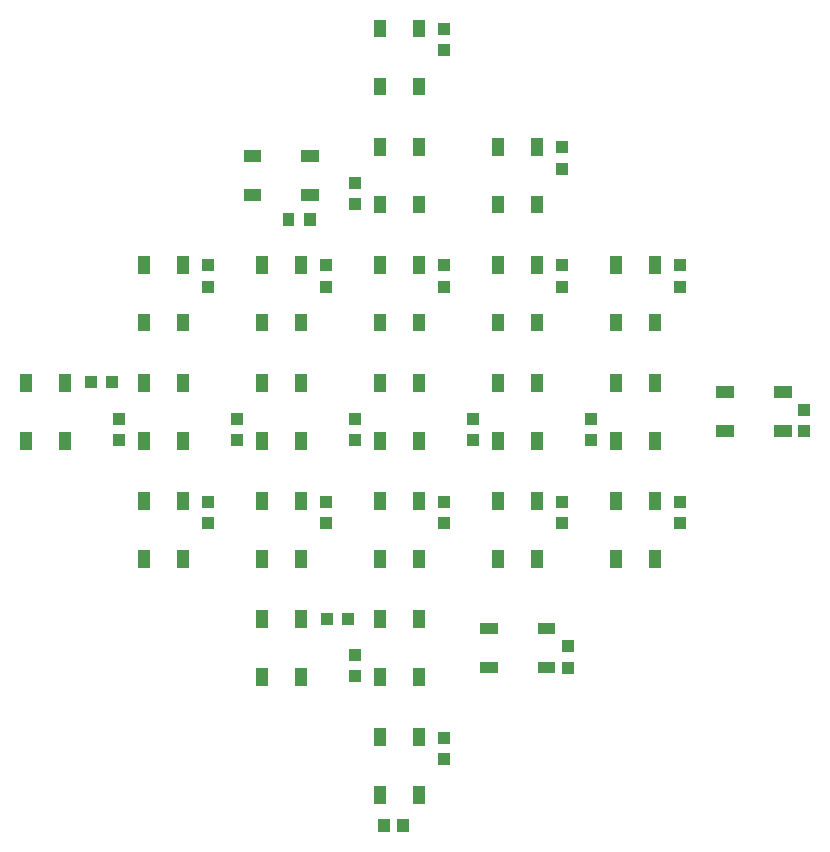
<source format=gtp>
G04 Layer: TopPasteMaskLayer*
G04 EasyEDA v6.4.25, 2022-01-30T22:18:30+11:00*
G04 a67cddfb3fce44daa9051d46cbbcc19f,10*
G04 Gerber Generator version 0.2*
G04 Scale: 100 percent, Rotated: No, Reflected: No *
G04 Dimensions in millimeters *
G04 leading zeros omitted , absolute positions ,4 integer and 5 decimal *
%FSLAX45Y45*%
%MOMM*%

%ADD15R,1.0000X1.1000*%
%ADD16R,1.1000X1.0000*%

%LPD*%
G36*
X4034983Y929982D02*
G01*
X4034983Y1079842D01*
X4134805Y1079842D01*
X4134805Y929982D01*
G37*
G36*
X4364984Y929982D02*
G01*
X4364984Y1079842D01*
X4464806Y1079842D01*
X4464806Y929982D01*
G37*
G36*
X4364984Y1419857D02*
G01*
X4364984Y1569971D01*
X4464806Y1569971D01*
X4464806Y1419857D01*
G37*
G36*
X4034983Y1419857D02*
G01*
X4034983Y1569971D01*
X4134805Y1569971D01*
X4134805Y1419857D01*
G37*
G36*
X3034985Y1929980D02*
G01*
X3034985Y2079840D01*
X3134807Y2079840D01*
X3134807Y1929980D01*
G37*
G36*
X3364986Y1929980D02*
G01*
X3364986Y2079840D01*
X3464808Y2079840D01*
X3464808Y1929980D01*
G37*
G36*
X3364986Y2419855D02*
G01*
X3364986Y2569969D01*
X3464808Y2569969D01*
X3464808Y2419855D01*
G37*
G36*
X3034985Y2419855D02*
G01*
X3034985Y2569969D01*
X3134807Y2569969D01*
X3134807Y2419855D01*
G37*
G36*
X4464796Y2569832D02*
G01*
X4464796Y2419972D01*
X4364974Y2419972D01*
X4364974Y2569832D01*
G37*
G36*
X4134794Y2569832D02*
G01*
X4134794Y2419972D01*
X4034972Y2419972D01*
X4034972Y2569832D01*
G37*
G36*
X4134794Y2079957D02*
G01*
X4134794Y1929843D01*
X4034972Y1929843D01*
X4034972Y2079957D01*
G37*
G36*
X4464796Y2079957D02*
G01*
X4464796Y1929843D01*
X4364974Y1929843D01*
X4364974Y2079957D01*
G37*
G36*
X4929962Y2464813D02*
G01*
X5079822Y2464813D01*
X5079822Y2364991D01*
X4929962Y2364991D01*
G37*
G36*
X4929962Y2134811D02*
G01*
X5079822Y2134811D01*
X5079822Y2034989D01*
X4929962Y2034989D01*
G37*
G36*
X5419836Y2134811D02*
G01*
X5569950Y2134811D01*
X5569950Y2034989D01*
X5419836Y2034989D01*
G37*
G36*
X5419836Y2464813D02*
G01*
X5569950Y2464813D01*
X5569950Y2364991D01*
X5419836Y2364991D01*
G37*
G36*
X6034979Y2929978D02*
G01*
X6034979Y3079838D01*
X6134801Y3079838D01*
X6134801Y2929978D01*
G37*
G36*
X6364980Y2929978D02*
G01*
X6364980Y3079838D01*
X6464802Y3079838D01*
X6464802Y2929978D01*
G37*
G36*
X6364980Y3419853D02*
G01*
X6364980Y3569967D01*
X6464802Y3569967D01*
X6464802Y3419853D01*
G37*
G36*
X6034979Y3419853D02*
G01*
X6034979Y3569967D01*
X6134801Y3569967D01*
X6134801Y3419853D01*
G37*
G36*
X5034981Y2929978D02*
G01*
X5034981Y3079838D01*
X5134803Y3079838D01*
X5134803Y2929978D01*
G37*
G36*
X5364982Y2929978D02*
G01*
X5364982Y3079838D01*
X5464804Y3079838D01*
X5464804Y2929978D01*
G37*
G36*
X5364982Y3419853D02*
G01*
X5364982Y3569967D01*
X5464804Y3569967D01*
X5464804Y3419853D01*
G37*
G36*
X5034981Y3419853D02*
G01*
X5034981Y3569967D01*
X5134803Y3569967D01*
X5134803Y3419853D01*
G37*
G36*
X4034983Y2929978D02*
G01*
X4034983Y3079838D01*
X4134805Y3079838D01*
X4134805Y2929978D01*
G37*
G36*
X4364984Y2929978D02*
G01*
X4364984Y3079838D01*
X4464806Y3079838D01*
X4464806Y2929978D01*
G37*
G36*
X4364984Y3419853D02*
G01*
X4364984Y3569967D01*
X4464806Y3569967D01*
X4464806Y3419853D01*
G37*
G36*
X4034983Y3419853D02*
G01*
X4034983Y3569967D01*
X4134805Y3569967D01*
X4134805Y3419853D01*
G37*
G36*
X3034985Y2929978D02*
G01*
X3034985Y3079838D01*
X3134807Y3079838D01*
X3134807Y2929978D01*
G37*
G36*
X3364986Y2929978D02*
G01*
X3364986Y3079838D01*
X3464808Y3079838D01*
X3464808Y2929978D01*
G37*
G36*
X3364986Y3419853D02*
G01*
X3364986Y3569967D01*
X3464808Y3569967D01*
X3464808Y3419853D01*
G37*
G36*
X3034985Y3419853D02*
G01*
X3034985Y3569967D01*
X3134807Y3569967D01*
X3134807Y3419853D01*
G37*
G36*
X2034987Y2929978D02*
G01*
X2034987Y3079838D01*
X2134809Y3079838D01*
X2134809Y2929978D01*
G37*
G36*
X2364988Y2929978D02*
G01*
X2364988Y3079838D01*
X2464810Y3079838D01*
X2464810Y2929978D01*
G37*
G36*
X2364988Y3419853D02*
G01*
X2364988Y3569967D01*
X2464810Y3569967D01*
X2464810Y3419853D01*
G37*
G36*
X2034987Y3419853D02*
G01*
X2034987Y3569967D01*
X2134809Y3569967D01*
X2134809Y3419853D01*
G37*
G36*
X1034989Y3929976D02*
G01*
X1034989Y4079836D01*
X1134811Y4079836D01*
X1134811Y3929976D01*
G37*
G36*
X1364990Y3929976D02*
G01*
X1364990Y4079836D01*
X1464812Y4079836D01*
X1464812Y3929976D01*
G37*
G36*
X1364990Y4419851D02*
G01*
X1364990Y4569965D01*
X1464812Y4569965D01*
X1464812Y4419851D01*
G37*
G36*
X1034989Y4419851D02*
G01*
X1034989Y4569965D01*
X1134811Y4569965D01*
X1134811Y4419851D01*
G37*
G36*
X2464800Y4569828D02*
G01*
X2464800Y4419968D01*
X2364978Y4419968D01*
X2364978Y4569828D01*
G37*
G36*
X2134798Y4569828D02*
G01*
X2134798Y4419968D01*
X2034976Y4419968D01*
X2034976Y4569828D01*
G37*
G36*
X2134798Y4079953D02*
G01*
X2134798Y3929839D01*
X2034976Y3929839D01*
X2034976Y4079953D01*
G37*
G36*
X2464800Y4079953D02*
G01*
X2464800Y3929839D01*
X2364978Y3929839D01*
X2364978Y4079953D01*
G37*
G36*
X3464798Y4569828D02*
G01*
X3464798Y4419968D01*
X3364976Y4419968D01*
X3364976Y4569828D01*
G37*
G36*
X3134796Y4569828D02*
G01*
X3134796Y4419968D01*
X3034974Y4419968D01*
X3034974Y4569828D01*
G37*
G36*
X3134796Y4079953D02*
G01*
X3134796Y3929839D01*
X3034974Y3929839D01*
X3034974Y4079953D01*
G37*
G36*
X3464798Y4079953D02*
G01*
X3464798Y3929839D01*
X3364976Y3929839D01*
X3364976Y4079953D01*
G37*
G36*
X4464796Y4569828D02*
G01*
X4464796Y4419968D01*
X4364974Y4419968D01*
X4364974Y4569828D01*
G37*
G36*
X4134794Y4569828D02*
G01*
X4134794Y4419968D01*
X4034972Y4419968D01*
X4034972Y4569828D01*
G37*
G36*
X4134794Y4079953D02*
G01*
X4134794Y3929839D01*
X4034972Y3929839D01*
X4034972Y4079953D01*
G37*
G36*
X4464796Y4079953D02*
G01*
X4464796Y3929839D01*
X4364974Y3929839D01*
X4364974Y4079953D01*
G37*
G36*
X5464794Y4569828D02*
G01*
X5464794Y4419968D01*
X5364972Y4419968D01*
X5364972Y4569828D01*
G37*
G36*
X5134792Y4569828D02*
G01*
X5134792Y4419968D01*
X5034970Y4419968D01*
X5034970Y4569828D01*
G37*
G36*
X5134792Y4079953D02*
G01*
X5134792Y3929839D01*
X5034970Y3929839D01*
X5034970Y4079953D01*
G37*
G36*
X5464794Y4079953D02*
G01*
X5464794Y3929839D01*
X5364972Y3929839D01*
X5364972Y4079953D01*
G37*
G36*
X6464792Y4569828D02*
G01*
X6464792Y4419968D01*
X6364970Y4419968D01*
X6364970Y4569828D01*
G37*
G36*
X6134790Y4569828D02*
G01*
X6134790Y4419968D01*
X6034968Y4419968D01*
X6034968Y4569828D01*
G37*
G36*
X6134790Y4079953D02*
G01*
X6134790Y3929839D01*
X6034968Y3929839D01*
X6034968Y4079953D01*
G37*
G36*
X6464792Y4079953D02*
G01*
X6464792Y3929839D01*
X6364970Y3929839D01*
X6364970Y4079953D01*
G37*
G36*
X6929958Y4464809D02*
G01*
X7079818Y4464809D01*
X7079818Y4364987D01*
X6929958Y4364987D01*
G37*
G36*
X6929958Y4134807D02*
G01*
X7079818Y4134807D01*
X7079818Y4034985D01*
X6929958Y4034985D01*
G37*
G36*
X7419832Y4134807D02*
G01*
X7569946Y4134807D01*
X7569946Y4034985D01*
X7419832Y4034985D01*
G37*
G36*
X7419832Y4464809D02*
G01*
X7569946Y4464809D01*
X7569946Y4364987D01*
X7419832Y4364987D01*
G37*
G36*
X6034979Y4929974D02*
G01*
X6034979Y5079834D01*
X6134801Y5079834D01*
X6134801Y4929974D01*
G37*
G36*
X6364980Y4929974D02*
G01*
X6364980Y5079834D01*
X6464802Y5079834D01*
X6464802Y4929974D01*
G37*
G36*
X6364980Y5419849D02*
G01*
X6364980Y5569963D01*
X6464802Y5569963D01*
X6464802Y5419849D01*
G37*
G36*
X6034979Y5419849D02*
G01*
X6034979Y5569963D01*
X6134801Y5569963D01*
X6134801Y5419849D01*
G37*
G36*
X5034981Y4929974D02*
G01*
X5034981Y5079834D01*
X5134803Y5079834D01*
X5134803Y4929974D01*
G37*
G36*
X5364982Y4929974D02*
G01*
X5364982Y5079834D01*
X5464804Y5079834D01*
X5464804Y4929974D01*
G37*
G36*
X5364982Y5419849D02*
G01*
X5364982Y5569963D01*
X5464804Y5569963D01*
X5464804Y5419849D01*
G37*
G36*
X5034981Y5419849D02*
G01*
X5034981Y5569963D01*
X5134803Y5569963D01*
X5134803Y5419849D01*
G37*
G36*
X4034983Y4929974D02*
G01*
X4034983Y5079834D01*
X4134805Y5079834D01*
X4134805Y4929974D01*
G37*
G36*
X4364984Y4929974D02*
G01*
X4364984Y5079834D01*
X4464806Y5079834D01*
X4464806Y4929974D01*
G37*
G36*
X4364984Y5419849D02*
G01*
X4364984Y5569963D01*
X4464806Y5569963D01*
X4464806Y5419849D01*
G37*
G36*
X4034983Y5419849D02*
G01*
X4034983Y5569963D01*
X4134805Y5569963D01*
X4134805Y5419849D01*
G37*
G36*
X3034985Y4929974D02*
G01*
X3034985Y5079834D01*
X3134807Y5079834D01*
X3134807Y4929974D01*
G37*
G36*
X3364986Y4929974D02*
G01*
X3364986Y5079834D01*
X3464808Y5079834D01*
X3464808Y4929974D01*
G37*
G36*
X3364986Y5419849D02*
G01*
X3364986Y5569963D01*
X3464808Y5569963D01*
X3464808Y5419849D01*
G37*
G36*
X3034985Y5419849D02*
G01*
X3034985Y5569963D01*
X3134807Y5569963D01*
X3134807Y5419849D01*
G37*
G36*
X2034987Y4929974D02*
G01*
X2034987Y5079834D01*
X2134809Y5079834D01*
X2134809Y4929974D01*
G37*
G36*
X2364988Y4929974D02*
G01*
X2364988Y5079834D01*
X2464810Y5079834D01*
X2464810Y4929974D01*
G37*
G36*
X2364988Y5419849D02*
G01*
X2364988Y5569963D01*
X2464810Y5569963D01*
X2464810Y5419849D01*
G37*
G36*
X2034987Y5419849D02*
G01*
X2034987Y5569963D01*
X2134809Y5569963D01*
X2134809Y5419849D01*
G37*
G36*
X2929966Y6464805D02*
G01*
X3079826Y6464805D01*
X3079826Y6364983D01*
X2929966Y6364983D01*
G37*
G36*
X2929966Y6134803D02*
G01*
X3079826Y6134803D01*
X3079826Y6034981D01*
X2929966Y6034981D01*
G37*
G36*
X3419840Y6134803D02*
G01*
X3569954Y6134803D01*
X3569954Y6034981D01*
X3419840Y6034981D01*
G37*
G36*
X3419840Y6464805D02*
G01*
X3569954Y6464805D01*
X3569954Y6364983D01*
X3419840Y6364983D01*
G37*
G36*
X4464796Y6569824D02*
G01*
X4464796Y6419964D01*
X4364974Y6419964D01*
X4364974Y6569824D01*
G37*
G36*
X4134794Y6569824D02*
G01*
X4134794Y6419964D01*
X4034972Y6419964D01*
X4034972Y6569824D01*
G37*
G36*
X4134794Y6079949D02*
G01*
X4134794Y5929835D01*
X4034972Y5929835D01*
X4034972Y6079949D01*
G37*
G36*
X4464796Y6079949D02*
G01*
X4464796Y5929835D01*
X4364974Y5929835D01*
X4364974Y6079949D01*
G37*
G36*
X5034981Y5929972D02*
G01*
X5034981Y6079832D01*
X5134803Y6079832D01*
X5134803Y5929972D01*
G37*
G36*
X5364982Y5929972D02*
G01*
X5364982Y6079832D01*
X5464804Y6079832D01*
X5464804Y5929972D01*
G37*
G36*
X5364982Y6419847D02*
G01*
X5364982Y6569961D01*
X5464804Y6569961D01*
X5464804Y6419847D01*
G37*
G36*
X5034981Y6419847D02*
G01*
X5034981Y6569961D01*
X5134803Y6569961D01*
X5134803Y6419847D01*
G37*
G36*
X4034983Y6929970D02*
G01*
X4034983Y7079830D01*
X4134805Y7079830D01*
X4134805Y6929970D01*
G37*
G36*
X4364984Y6929970D02*
G01*
X4364984Y7079830D01*
X4464806Y7079830D01*
X4464806Y6929970D01*
G37*
G36*
X4364984Y7419845D02*
G01*
X4364984Y7569959D01*
X4464806Y7569959D01*
X4464806Y7419845D01*
G37*
G36*
X4034983Y7419845D02*
G01*
X4034983Y7569959D01*
X4134805Y7569959D01*
X4134805Y7419845D01*
G37*
G36*
X4230006Y805002D02*
G01*
X4330006Y805002D01*
X4330006Y694999D01*
X4230006Y694999D01*
G37*
G36*
X4070007Y805002D02*
G01*
X4170006Y805002D01*
X4170006Y694999D01*
X4070007Y694999D01*
G37*
D16*
G01*
X4625009Y3489985D03*
G01*
X4625009Y3309975D03*
D15*
G01*
X1815007Y4499990D03*
G01*
X1634997Y4499990D03*
D16*
G01*
X3625011Y3310001D03*
G01*
X3625011Y3490010D03*
G01*
X1875002Y4189984D03*
G01*
X1875002Y4009974D03*
G01*
X2875000Y4009999D03*
G01*
X2875000Y4190009D03*
G01*
X2624988Y5490006D03*
G01*
X2624988Y5309996D03*
G01*
X3625011Y5490006D03*
G01*
X3625011Y5309996D03*
G01*
X4625009Y5490006D03*
G01*
X4625009Y5309996D03*
G01*
X5625007Y5309996D03*
G01*
X5625007Y5490006D03*
G01*
X5874994Y4189984D03*
G01*
X5874994Y4009974D03*
G01*
X2624988Y3310001D03*
G01*
X2624988Y3490010D03*
G01*
X7674990Y4264990D03*
G01*
X7674990Y4084980D03*
G01*
X3874998Y4009999D03*
G01*
X3874998Y4190009D03*
G01*
X4874996Y4009999D03*
G01*
X4874996Y4190009D03*
D15*
G01*
X3815003Y2499995D03*
G01*
X3634993Y2499995D03*
D16*
G01*
X3874998Y2189987D03*
G01*
X3874998Y2009978D03*
G01*
X4625009Y1310004D03*
G01*
X4625009Y1490014D03*
G01*
X5674995Y2264994D03*
G01*
X5674995Y2084984D03*
G01*
X6625005Y3489985D03*
G01*
X6625005Y3309975D03*
G01*
X5625007Y3489985D03*
G01*
X5625007Y3309975D03*
G01*
X6625005Y5309996D03*
G01*
X6625005Y5490006D03*
G36*
X3260003Y5930000D02*
G01*
X3360003Y5930000D01*
X3360003Y5819998D01*
X3260003Y5819998D01*
G37*
G36*
X3440013Y5930000D02*
G01*
X3540013Y5930000D01*
X3540013Y5819998D01*
X3440013Y5819998D01*
G37*
G01*
X3874998Y6190005D03*
G01*
X3874998Y6009995D03*
G01*
X5625007Y6309995D03*
G01*
X5625007Y6490004D03*
G01*
X4625009Y7309993D03*
G01*
X4625009Y7490002D03*
M02*

</source>
